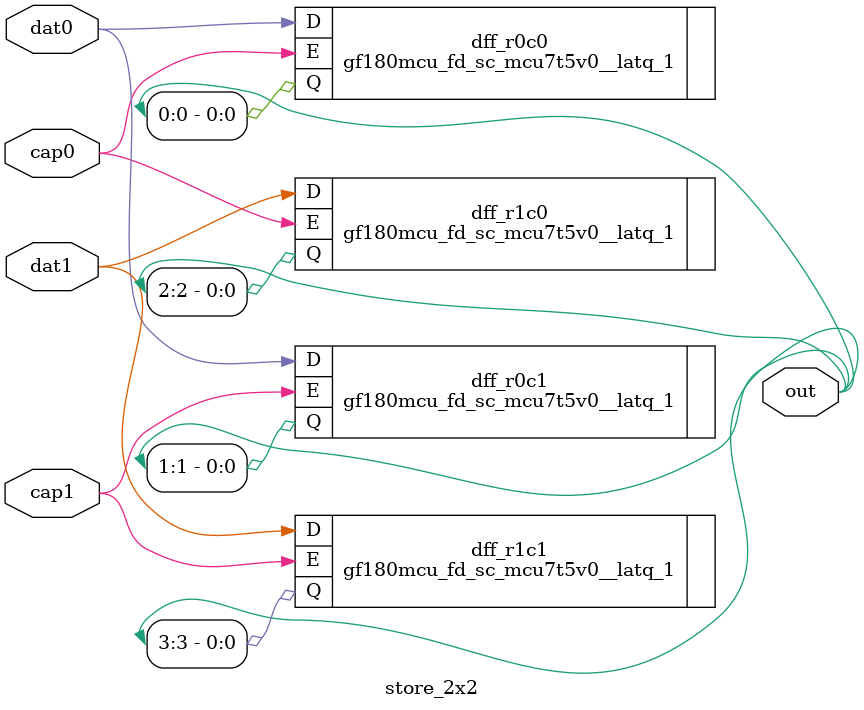
<source format=v>
module store_2x2 (
    input  wire dat0,     // Data input for row 0
    input  wire dat1,     // Data input for row 1
    input  wire cap0,     // Capture data for column 0
    input  wire cap1,     // Capture data for column 1
    output wire [0:3] out  // Stored data output
);

    gf180mcu_fd_sc_mcu7t5v0__latq_1 dff_r0c0 (
        .D(dat0),
        .E(cap0),
        .Q(out[0])
    );

    gf180mcu_fd_sc_mcu7t5v0__latq_1 dff_r0c1 (
        .D(dat0),
        .E(cap1),
        .Q(out[1])
    );

    gf180mcu_fd_sc_mcu7t5v0__latq_1 dff_r1c0 (
        .D(dat1),
        .E(cap0),
        .Q(out[2])
    );

    gf180mcu_fd_sc_mcu7t5v0__latq_1 dff_r1c1 (
        .D(dat1),
        .E(cap1),
        .Q(out[3])
    );

endmodule

</source>
